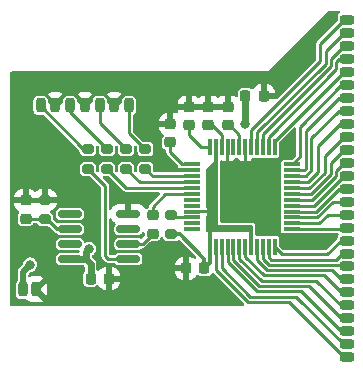
<source format=gtl>
%TF.GenerationSoftware,KiCad,Pcbnew,7.0.5*%
%TF.CreationDate,2023-07-18T06:36:39-05:00*%
%TF.ProjectId,pu-23_VDAC_reloc,70752d32-335f-4564-9441-435f72656c6f,rev?*%
%TF.SameCoordinates,Original*%
%TF.FileFunction,Copper,L1,Top*%
%TF.FilePolarity,Positive*%
%FSLAX46Y46*%
G04 Gerber Fmt 4.6, Leading zero omitted, Abs format (unit mm)*
G04 Created by KiCad (PCBNEW 7.0.5) date 2023-07-18 06:36:39*
%MOMM*%
%LPD*%
G01*
G04 APERTURE LIST*
G04 Aperture macros list*
%AMRoundRect*
0 Rectangle with rounded corners*
0 $1 Rounding radius*
0 $2 $3 $4 $5 $6 $7 $8 $9 X,Y pos of 4 corners*
0 Add a 4 corners polygon primitive as box body*
4,1,4,$2,$3,$4,$5,$6,$7,$8,$9,$2,$3,0*
0 Add four circle primitives for the rounded corners*
1,1,$1+$1,$2,$3*
1,1,$1+$1,$4,$5*
1,1,$1+$1,$6,$7*
1,1,$1+$1,$8,$9*
0 Add four rect primitives between the rounded corners*
20,1,$1+$1,$2,$3,$4,$5,0*
20,1,$1+$1,$4,$5,$6,$7,0*
20,1,$1+$1,$6,$7,$8,$9,0*
20,1,$1+$1,$8,$9,$2,$3,0*%
G04 Aperture macros list end*
%TA.AperFunction,SMDPad,CuDef*%
%ADD10RoundRect,0.225000X0.225000X0.250000X-0.225000X0.250000X-0.225000X-0.250000X0.225000X-0.250000X0*%
%TD*%
%TA.AperFunction,SMDPad,CuDef*%
%ADD11RoundRect,0.200000X-0.200000X-0.400000X0.200000X-0.400000X0.200000X0.400000X-0.200000X0.400000X0*%
%TD*%
%TA.AperFunction,SMDPad,CuDef*%
%ADD12RoundRect,0.200000X0.275000X-0.200000X0.275000X0.200000X-0.275000X0.200000X-0.275000X-0.200000X0*%
%TD*%
%TA.AperFunction,SMDPad,CuDef*%
%ADD13RoundRect,0.225000X-0.250000X0.225000X-0.250000X-0.225000X0.250000X-0.225000X0.250000X0.225000X0*%
%TD*%
%TA.AperFunction,SMDPad,CuDef*%
%ADD14RoundRect,0.200000X-0.275000X0.200000X-0.275000X-0.200000X0.275000X-0.200000X0.275000X0.200000X0*%
%TD*%
%TA.AperFunction,SMDPad,CuDef*%
%ADD15RoundRect,0.200000X-0.400000X-0.200000X0.400000X-0.200000X0.400000X0.200000X-0.400000X0.200000X0*%
%TD*%
%TA.AperFunction,SMDPad,CuDef*%
%ADD16R,1.475000X0.300000*%
%TD*%
%TA.AperFunction,SMDPad,CuDef*%
%ADD17R,0.300000X1.475000*%
%TD*%
%TA.AperFunction,SMDPad,CuDef*%
%ADD18RoundRect,0.225000X0.250000X-0.225000X0.250000X0.225000X-0.250000X0.225000X-0.250000X-0.225000X0*%
%TD*%
%TA.AperFunction,SMDPad,CuDef*%
%ADD19RoundRect,0.150000X0.825000X0.150000X-0.825000X0.150000X-0.825000X-0.150000X0.825000X-0.150000X0*%
%TD*%
%TA.AperFunction,SMDPad,CuDef*%
%ADD20RoundRect,0.225000X-0.225000X-0.250000X0.225000X-0.250000X0.225000X0.250000X-0.225000X0.250000X0*%
%TD*%
%TA.AperFunction,ViaPad*%
%ADD21C,0.500000*%
%TD*%
%TA.AperFunction,ViaPad*%
%ADD22C,0.800000*%
%TD*%
%TA.AperFunction,Conductor*%
%ADD23C,0.250000*%
%TD*%
%TA.AperFunction,Conductor*%
%ADD24C,0.450000*%
%TD*%
%TA.AperFunction,Conductor*%
%ADD25C,0.600000*%
%TD*%
%TA.AperFunction,Conductor*%
%ADD26C,0.300000*%
%TD*%
%TA.AperFunction,Conductor*%
%ADD27C,0.500000*%
%TD*%
G04 APERTURE END LIST*
D10*
X127935000Y-65790000D03*
X126385000Y-65790000D03*
D11*
X116540000Y-66600000D03*
X115290000Y-66600000D03*
X114040000Y-66600000D03*
X112790000Y-66600000D03*
X111540000Y-66600000D03*
X110290000Y-66600000D03*
X109040000Y-66600000D03*
X107550000Y-82180000D03*
X108650000Y-82180000D03*
D12*
X120070000Y-77515000D03*
X120070000Y-75865000D03*
D10*
X114820000Y-81265000D03*
X113270000Y-81265000D03*
D13*
X123245000Y-66715000D03*
X123245000Y-68265000D03*
D14*
X117920000Y-70315000D03*
X117920000Y-71965000D03*
D15*
X134990000Y-59340000D03*
X134990000Y-60440000D03*
X134990000Y-61540000D03*
X134990000Y-62640000D03*
X134990000Y-63740000D03*
X134990000Y-64840000D03*
X134990000Y-65940000D03*
X134990000Y-67040000D03*
X134990000Y-68140000D03*
X134990000Y-69240000D03*
X134990000Y-70340000D03*
X134990000Y-71440000D03*
X134990000Y-72540000D03*
X134990000Y-73640000D03*
X134990000Y-74740000D03*
X134990000Y-75840000D03*
X134990000Y-76940000D03*
X134990000Y-78040000D03*
X134990000Y-79140000D03*
X134990000Y-80240000D03*
X134990000Y-81340000D03*
X134990000Y-82440000D03*
X134990000Y-83540000D03*
X134990000Y-84640000D03*
X134990000Y-85740000D03*
X134990000Y-86840000D03*
X134990000Y-87940000D03*
D16*
X121882000Y-71590000D03*
X121882000Y-72090000D03*
X121882000Y-72590000D03*
X121882000Y-73090000D03*
X121882000Y-73590000D03*
X121882000Y-74090000D03*
X121882000Y-74590000D03*
X121882000Y-75090000D03*
X121882000Y-75590000D03*
X121882000Y-76090000D03*
X121882000Y-76590000D03*
X121882000Y-77090000D03*
D17*
X123370000Y-78578000D03*
X123870000Y-78578000D03*
X124370000Y-78578000D03*
X124870000Y-78578000D03*
X125370000Y-78578000D03*
X125870000Y-78578000D03*
X126370000Y-78578000D03*
X126870000Y-78578000D03*
X127370000Y-78578000D03*
X127870000Y-78578000D03*
X128370000Y-78578000D03*
X128870000Y-78578000D03*
D16*
X130358000Y-77090000D03*
X130358000Y-76590000D03*
X130358000Y-76090000D03*
X130358000Y-75590000D03*
X130358000Y-75090000D03*
X130358000Y-74590000D03*
X130358000Y-74090000D03*
X130358000Y-73590000D03*
X130358000Y-73090000D03*
X130358000Y-72590000D03*
X130358000Y-72090000D03*
X130358000Y-71590000D03*
D17*
X128870000Y-70102000D03*
X128370000Y-70102000D03*
X127870000Y-70102000D03*
X127370000Y-70102000D03*
X126870000Y-70102000D03*
X126370000Y-70102000D03*
X125870000Y-70102000D03*
X125370000Y-70102000D03*
X124870000Y-70102000D03*
X124370000Y-70102000D03*
X123870000Y-70102000D03*
X123370000Y-70102000D03*
D14*
X114670000Y-70315000D03*
X114670000Y-71965000D03*
D18*
X118520000Y-77465000D03*
X118520000Y-75915000D03*
X107770000Y-76185000D03*
X107770000Y-74635000D03*
D19*
X116470000Y-79595000D03*
X116470000Y-78325000D03*
X116470000Y-77055000D03*
X116470000Y-75785000D03*
X111520000Y-75785000D03*
X111520000Y-77055000D03*
X111520000Y-78325000D03*
X111520000Y-79595000D03*
D14*
X116295000Y-70315000D03*
X116295000Y-71965000D03*
D13*
X121620000Y-66715000D03*
X121620000Y-68265000D03*
D20*
X121365000Y-80390000D03*
X122915000Y-80390000D03*
D14*
X113045000Y-70315000D03*
X113045000Y-71965000D03*
D12*
X109420000Y-76240000D03*
X109420000Y-74590000D03*
D13*
X120020000Y-68190000D03*
X120020000Y-69740000D03*
X124870000Y-66715000D03*
X124870000Y-68265000D03*
D21*
X119530000Y-82740000D03*
X129940000Y-70150000D03*
X118840000Y-66640000D03*
X131700000Y-61200000D03*
X119530000Y-80380000D03*
X128560000Y-75910000D03*
X106920000Y-67330000D03*
X119400000Y-71360000D03*
X106920000Y-64180000D03*
X113220000Y-73630000D03*
X125820000Y-73170000D03*
X119520000Y-64180000D03*
X113220000Y-64180000D03*
X116380000Y-82740000D03*
X115600000Y-74290000D03*
X110070000Y-70480000D03*
X110070000Y-73630000D03*
X110080000Y-82740000D03*
X107080000Y-79200000D03*
X131560000Y-78140000D03*
X128970000Y-64180000D03*
X106920000Y-70480000D03*
X110070000Y-64180000D03*
X113220000Y-76780000D03*
X117900000Y-74500000D03*
X128570000Y-73150000D03*
X116370000Y-64180000D03*
X113230000Y-82740000D03*
X125820000Y-64180000D03*
X106920000Y-73630000D03*
D22*
X113145000Y-78740000D03*
X108160000Y-80080000D03*
X126360000Y-68160000D03*
X123595000Y-72415000D03*
D23*
X109420000Y-76240000D02*
X107825000Y-76240000D01*
X110435000Y-77055000D02*
X109620000Y-76240000D01*
X111520000Y-77055000D02*
X110435000Y-77055000D01*
X107825000Y-76240000D02*
X107770000Y-76185000D01*
X109620000Y-76240000D02*
X109420000Y-76240000D01*
D24*
X109420000Y-74590000D02*
X107815000Y-74590000D01*
D23*
X118520000Y-77465000D02*
X117670000Y-78315000D01*
X116480000Y-78315000D02*
X116470000Y-78325000D01*
X117670000Y-78315000D02*
X116480000Y-78315000D01*
X118520000Y-75180000D02*
X119610000Y-74090000D01*
X119610000Y-74090000D02*
X121882000Y-74090000D01*
X118520000Y-75915000D02*
X118520000Y-75180000D01*
X124370000Y-69064500D02*
X123570500Y-68265000D01*
X123570500Y-68265000D02*
X123245000Y-68265000D01*
X124370000Y-70102000D02*
X124370000Y-69064500D01*
X123370000Y-70102000D02*
X122657000Y-70102000D01*
X122657000Y-70102000D02*
X121620000Y-69065000D01*
X121620000Y-69065000D02*
X121620000Y-68265000D01*
X120020000Y-70565000D02*
X120020000Y-69740000D01*
X121045000Y-71590000D02*
X120020000Y-70565000D01*
X121882000Y-71590000D02*
X121045000Y-71590000D01*
X125870000Y-69064500D02*
X125070500Y-68265000D01*
X125870000Y-70102000D02*
X125870000Y-69064500D01*
X125070500Y-68265000D02*
X124870000Y-68265000D01*
D25*
X126360000Y-65815000D02*
X126385000Y-65790000D01*
X126360000Y-68160000D02*
X126360000Y-65815000D01*
X113145000Y-78740000D02*
X112845000Y-79040000D01*
D26*
X120070000Y-77515000D02*
X120825000Y-77515000D01*
X122915000Y-79605000D02*
X122915000Y-80390000D01*
D25*
X113270000Y-80020000D02*
X113270000Y-81265000D01*
X111520000Y-79595000D02*
X112845000Y-79595000D01*
D27*
X107550000Y-82180000D02*
X107550000Y-80690000D01*
D25*
X112845000Y-79040000D02*
X112845000Y-79595000D01*
D27*
X107550000Y-80690000D02*
X108160000Y-80080000D01*
D25*
X112845000Y-79595000D02*
X113270000Y-80020000D01*
D26*
X123370000Y-79935000D02*
X122915000Y-80390000D01*
X123370000Y-78578000D02*
X123370000Y-79935000D01*
X120825000Y-77515000D02*
X122915000Y-79605000D01*
D23*
X121882000Y-72590000D02*
X118545000Y-72590000D01*
X118545000Y-72590000D02*
X117920000Y-71965000D01*
X117420000Y-73090000D02*
X116295000Y-71965000D01*
X121882000Y-73090000D02*
X117420000Y-73090000D01*
X121882000Y-73590000D02*
X116295000Y-73590000D01*
X116295000Y-73590000D02*
X114670000Y-71965000D01*
X121882000Y-76090000D02*
X120295000Y-76090000D01*
X120295000Y-76090000D02*
X120070000Y-75865000D01*
X134740000Y-87940000D02*
X134990000Y-87940000D01*
X126590000Y-83250000D02*
X130050000Y-83250000D01*
X123870000Y-78578000D02*
X123870000Y-80530000D01*
X130050000Y-83250000D02*
X134740000Y-87940000D01*
X123870000Y-80530000D02*
X126590000Y-83250000D01*
X134690000Y-86840000D02*
X134990000Y-86840000D01*
X124370000Y-78578000D02*
X124370000Y-80393604D01*
X126776396Y-82800000D02*
X130650000Y-82800000D01*
X124370000Y-80393604D02*
X126776396Y-82800000D01*
X130650000Y-82800000D02*
X134690000Y-86840000D01*
X134470000Y-85740000D02*
X134990000Y-85740000D01*
X124870000Y-78578000D02*
X124870000Y-79839188D01*
X127380812Y-82350000D02*
X131080000Y-82350000D01*
X124870000Y-79839188D02*
X127380812Y-82350000D01*
X131080000Y-82350000D02*
X134470000Y-85740000D01*
X125370000Y-79702792D02*
X127567208Y-81900000D01*
X125370000Y-78578000D02*
X125370000Y-79702792D01*
X131730000Y-81900000D02*
X134470000Y-84640000D01*
X134470000Y-84640000D02*
X134990000Y-84640000D01*
X127567208Y-81900000D02*
X131730000Y-81900000D01*
X134480000Y-83540000D02*
X134990000Y-83540000D01*
X132390000Y-81450000D02*
X134480000Y-83540000D01*
X125870000Y-78578000D02*
X125870000Y-79566396D01*
X125870000Y-79566396D02*
X127753604Y-81450000D01*
X127753604Y-81450000D02*
X132390000Y-81450000D01*
X126370000Y-79430000D02*
X127940000Y-81000000D01*
X134480000Y-82440000D02*
X134990000Y-82440000D01*
X127940000Y-81000000D02*
X133040000Y-81000000D01*
X126370000Y-78578000D02*
X126370000Y-79430000D01*
X133040000Y-81000000D02*
X134480000Y-82440000D01*
X127370000Y-79702792D02*
X128217208Y-80550000D01*
X134490000Y-81340000D02*
X134990000Y-81340000D01*
X127370000Y-78578000D02*
X127370000Y-79702792D01*
X128217208Y-80550000D02*
X133700000Y-80550000D01*
X133700000Y-80550000D02*
X134490000Y-81340000D01*
X134850000Y-80100000D02*
X134990000Y-80240000D01*
X128403604Y-80100000D02*
X134850000Y-80100000D01*
X127870000Y-79566396D02*
X128403604Y-80100000D01*
X127870000Y-78578000D02*
X127870000Y-79566396D01*
X128370000Y-79430000D02*
X128590000Y-79650000D01*
X134560000Y-79140000D02*
X134990000Y-79140000D01*
X128370000Y-78578000D02*
X128370000Y-79430000D01*
X128590000Y-79650000D02*
X134050000Y-79650000D01*
X134050000Y-79650000D02*
X134560000Y-79140000D01*
X129492000Y-79200000D02*
X133290000Y-79200000D01*
X128870000Y-78578000D02*
X129492000Y-79200000D01*
X134450000Y-78040000D02*
X134990000Y-78040000D01*
X133290000Y-79200000D02*
X134450000Y-78040000D01*
X130358000Y-77090000D02*
X134840000Y-77090000D01*
X134840000Y-77090000D02*
X134990000Y-76940000D01*
X132606726Y-76590000D02*
X133356726Y-75840000D01*
X133356726Y-75840000D02*
X134990000Y-75840000D01*
X130358000Y-76590000D02*
X132606726Y-76590000D01*
X133820330Y-74740000D02*
X134990000Y-74740000D01*
X130358000Y-76090000D02*
X132470330Y-76090000D01*
X132470330Y-76090000D02*
X133820330Y-74740000D01*
X132333934Y-75590000D02*
X134283934Y-73640000D01*
X134283934Y-73640000D02*
X134990000Y-73640000D01*
X130358000Y-75590000D02*
X132333934Y-75590000D01*
X134747538Y-72540000D02*
X134990000Y-72540000D01*
X132197538Y-75090000D02*
X134747538Y-72540000D01*
X130358000Y-75090000D02*
X132197538Y-75090000D01*
X134065000Y-72122538D02*
X134747538Y-71440000D01*
X134747538Y-71440000D02*
X134990000Y-71440000D01*
X132061142Y-74590000D02*
X134065000Y-72586142D01*
X130358000Y-74590000D02*
X132061142Y-74590000D01*
X134065000Y-72586142D02*
X134065000Y-72122538D01*
X133615000Y-71472538D02*
X134747538Y-70340000D01*
X134747538Y-70340000D02*
X134990000Y-70340000D01*
X130358000Y-74090000D02*
X131924746Y-74090000D01*
X133615000Y-72399746D02*
X133615000Y-71472538D01*
X131924746Y-74090000D02*
X133615000Y-72399746D01*
X133080000Y-72298350D02*
X133080000Y-70907538D01*
X131788350Y-73590000D02*
X133080000Y-72298350D01*
X130358000Y-73590000D02*
X131788350Y-73590000D01*
X133080000Y-70907538D02*
X134747538Y-69240000D01*
X134747538Y-69240000D02*
X134990000Y-69240000D01*
X132510000Y-70030000D02*
X134400000Y-68140000D01*
X134400000Y-68140000D02*
X134990000Y-68140000D01*
X131651954Y-73090000D02*
X132510000Y-72231954D01*
X130358000Y-73090000D02*
X131651954Y-73090000D01*
X132510000Y-72231954D02*
X132510000Y-70030000D01*
X131960000Y-72111896D02*
X131960000Y-69400000D01*
X134320000Y-67040000D02*
X134990000Y-67040000D01*
X131481896Y-72590000D02*
X131960000Y-72111896D01*
X130358000Y-72590000D02*
X131481896Y-72590000D01*
X131960000Y-69400000D02*
X134320000Y-67040000D01*
X131490000Y-68740000D02*
X134290000Y-65940000D01*
X131490000Y-71945500D02*
X131490000Y-68740000D01*
X130358000Y-72090000D02*
X131345500Y-72090000D01*
X134290000Y-65940000D02*
X134990000Y-65940000D01*
X131345500Y-72090000D02*
X131490000Y-71945500D01*
X130358000Y-71590000D02*
X130990000Y-70958000D01*
X130990000Y-70958000D02*
X130990000Y-68390000D01*
X130990000Y-68390000D02*
X134507462Y-64872538D01*
X134507462Y-64872538D02*
X134957462Y-64872538D01*
X134957462Y-64872538D02*
X134990000Y-64840000D01*
X128870000Y-69617538D02*
X134747538Y-63740000D01*
X134747538Y-63740000D02*
X134990000Y-63740000D01*
X128870000Y-70102000D02*
X128870000Y-69617538D01*
X134310000Y-62640000D02*
X134990000Y-62640000D01*
X134065000Y-62885000D02*
X134310000Y-62640000D01*
X128370000Y-69244594D02*
X134065000Y-63549594D01*
X134065000Y-63549594D02*
X134065000Y-62885000D01*
X128370000Y-70102000D02*
X128370000Y-69244594D01*
X133615000Y-63305000D02*
X133615000Y-62672538D01*
X134747538Y-61540000D02*
X134990000Y-61540000D01*
X127870000Y-69050000D02*
X133615000Y-63305000D01*
X127870000Y-70102000D02*
X127870000Y-69050000D01*
X133615000Y-62672538D02*
X134747538Y-61540000D01*
X127370000Y-68880000D02*
X133165000Y-63085000D01*
X134747538Y-60440000D02*
X134990000Y-60440000D01*
X133165000Y-62022538D02*
X134747538Y-60440000D01*
X133165000Y-63085000D02*
X133165000Y-62022538D01*
X127370000Y-70102000D02*
X127370000Y-68880000D01*
X134747538Y-59340000D02*
X134990000Y-59340000D01*
X126870000Y-70102000D02*
X126870000Y-68680000D01*
X132715000Y-61372538D02*
X134747538Y-59340000D01*
X132715000Y-62835000D02*
X132715000Y-61372538D01*
X126870000Y-68680000D02*
X132715000Y-62835000D01*
X117920000Y-70315000D02*
X116540000Y-68935000D01*
X116540000Y-68935000D02*
X116540000Y-66600000D01*
X116295000Y-70315000D02*
X114040000Y-68060000D01*
X114040000Y-68060000D02*
X114040000Y-66600000D01*
X111540000Y-67185000D02*
X111540000Y-66600000D01*
X114670000Y-70315000D02*
X111540000Y-67185000D01*
X109040000Y-66692462D02*
X109040000Y-66600000D01*
X112662538Y-70315000D02*
X109040000Y-66692462D01*
X113045000Y-70315000D02*
X112662538Y-70315000D01*
X114775000Y-79595000D02*
X116470000Y-79595000D01*
X114495000Y-79315000D02*
X114775000Y-79595000D01*
X113045000Y-71965000D02*
X114495000Y-73415000D01*
X114495000Y-73415000D02*
X114495000Y-79315000D01*
%TA.AperFunction,Conductor*%
G36*
X124019500Y-70859247D02*
G01*
X124019701Y-70861286D01*
X124020000Y-70867369D01*
X124020000Y-71367966D01*
X124022756Y-71393218D01*
X124039999Y-76729999D01*
X124040000Y-76730000D01*
X126896000Y-76730000D01*
X126963039Y-76749685D01*
X127008794Y-76802489D01*
X127020000Y-76854000D01*
X127020000Y-77300500D01*
X127019999Y-77812631D01*
X127019702Y-77818696D01*
X127019500Y-77820751D01*
X127019500Y-78065000D01*
X126720500Y-78065000D01*
X126720500Y-77820752D01*
X126720498Y-77820745D01*
X126720299Y-77818708D01*
X126720000Y-77812628D01*
X126720000Y-77340000D01*
X126719999Y-77339999D01*
X123520000Y-77314999D01*
X123520000Y-77812628D01*
X123519701Y-77818708D01*
X123519500Y-77820749D01*
X123519500Y-78070000D01*
X123220000Y-78070000D01*
X123220000Y-77340000D01*
X123194000Y-77340000D01*
X123126961Y-77320315D01*
X123081206Y-77267511D01*
X123070000Y-77216000D01*
X123070000Y-75985299D01*
X123077818Y-75941966D01*
X123113096Y-75847379D01*
X123113098Y-75847372D01*
X123119499Y-75787844D01*
X123119500Y-75787827D01*
X123119500Y-75740000D01*
X123070000Y-75740000D01*
X122647372Y-75740000D01*
X122641292Y-75739701D01*
X122639250Y-75739500D01*
X122639248Y-75739500D01*
X122450000Y-75739500D01*
X122450000Y-75440500D01*
X122639250Y-75440500D01*
X122641292Y-75440299D01*
X122647372Y-75440000D01*
X123119500Y-75440000D01*
X123119500Y-75392172D01*
X123119499Y-75392155D01*
X123113098Y-75332627D01*
X123113096Y-75332620D01*
X123077818Y-75238033D01*
X123070000Y-75194700D01*
X123070000Y-71972511D01*
X123089685Y-71905472D01*
X123113903Y-71877851D01*
X123720000Y-71365000D01*
X123720000Y-70867369D01*
X123720299Y-70861286D01*
X123720500Y-70859247D01*
X123720500Y-70540000D01*
X124019500Y-70540000D01*
X124019500Y-70859247D01*
G37*
%TD.AperFunction*%
%TA.AperFunction,Conductor*%
G36*
X134376073Y-58590185D02*
G01*
X134421828Y-58642989D01*
X134431772Y-58712147D01*
X134402747Y-58775703D01*
X134365331Y-58804982D01*
X134351992Y-58811779D01*
X134351656Y-58811951D01*
X134351652Y-58811954D01*
X134261954Y-58901652D01*
X134261951Y-58901657D01*
X134204352Y-59014698D01*
X134189500Y-59108475D01*
X134189500Y-59386348D01*
X134169815Y-59453387D01*
X134153181Y-59474029D01*
X132496803Y-61130408D01*
X132492814Y-61134063D01*
X132461805Y-61160083D01*
X132441562Y-61195144D01*
X132438656Y-61199704D01*
X132415446Y-61232851D01*
X132413206Y-61237655D01*
X132406229Y-61254499D01*
X132404410Y-61259497D01*
X132397383Y-61299349D01*
X132396212Y-61304629D01*
X132385735Y-61343729D01*
X132385735Y-61343732D01*
X132389263Y-61384053D01*
X132389499Y-61389458D01*
X132389499Y-62648810D01*
X132369814Y-62715849D01*
X132353180Y-62736491D01*
X129055016Y-66034654D01*
X128993693Y-66068139D01*
X128924001Y-66063155D01*
X128887972Y-66040000D01*
X127809000Y-66040000D01*
X127741961Y-66020315D01*
X127696206Y-65967511D01*
X127685000Y-65916000D01*
X127685000Y-64815000D01*
X128184999Y-64815000D01*
X128184999Y-65539999D01*
X128185001Y-65540000D01*
X128884999Y-65540000D01*
X128884999Y-65491692D01*
X128884998Y-65491677D01*
X128874855Y-65392392D01*
X128821547Y-65231518D01*
X128821542Y-65231507D01*
X128732575Y-65087271D01*
X128732572Y-65087267D01*
X128612732Y-64967427D01*
X128612728Y-64967424D01*
X128468492Y-64878457D01*
X128468481Y-64878452D01*
X128307606Y-64825144D01*
X128208322Y-64815000D01*
X128184999Y-64815000D01*
X127685000Y-64815000D01*
X127685000Y-64814999D01*
X127661693Y-64815000D01*
X127661674Y-64815001D01*
X127562392Y-64825144D01*
X127401518Y-64878452D01*
X127401507Y-64878457D01*
X127257271Y-64967424D01*
X127257267Y-64967427D01*
X127137426Y-65087268D01*
X127075392Y-65187841D01*
X127023444Y-65234565D01*
X126954481Y-65245786D01*
X126890399Y-65217943D01*
X126882173Y-65210424D01*
X126863225Y-65191476D01*
X126863221Y-65191473D01*
X126863220Y-65191472D01*
X126743126Y-65130281D01*
X126743124Y-65130280D01*
X126743121Y-65130279D01*
X126643493Y-65114500D01*
X126643488Y-65114500D01*
X126126512Y-65114500D01*
X126126507Y-65114500D01*
X126026878Y-65130279D01*
X125906778Y-65191473D01*
X125906774Y-65191476D01*
X125811476Y-65286774D01*
X125811473Y-65286778D01*
X125750279Y-65406878D01*
X125734500Y-65506506D01*
X125734500Y-65795031D01*
X125714815Y-65862070D01*
X125662011Y-65907825D01*
X125592853Y-65917769D01*
X125545403Y-65900570D01*
X125428486Y-65828454D01*
X125428481Y-65828452D01*
X125267606Y-65775144D01*
X125168322Y-65765000D01*
X125120000Y-65765000D01*
X125120000Y-66841000D01*
X125100315Y-66908039D01*
X125047511Y-66953794D01*
X124996000Y-66965000D01*
X120645001Y-66965000D01*
X120645001Y-66988322D01*
X120655143Y-67087605D01*
X120667283Y-67124238D01*
X120669685Y-67194067D01*
X120633954Y-67254109D01*
X120571433Y-67285302D01*
X120510574Y-67280949D01*
X120417608Y-67250144D01*
X120318322Y-67240000D01*
X120270000Y-67240000D01*
X120270000Y-68316000D01*
X120250315Y-68383039D01*
X120197511Y-68428794D01*
X120146000Y-68440000D01*
X119045001Y-68440000D01*
X119045001Y-68463322D01*
X119055144Y-68562607D01*
X119108452Y-68723481D01*
X119108457Y-68723492D01*
X119197424Y-68867728D01*
X119197427Y-68867732D01*
X119317266Y-68987571D01*
X119417840Y-69049606D01*
X119464564Y-69101554D01*
X119475787Y-69170517D01*
X119447943Y-69234599D01*
X119440426Y-69242825D01*
X119421473Y-69261778D01*
X119360279Y-69381878D01*
X119344500Y-69481506D01*
X119344500Y-69998493D01*
X119360279Y-70098121D01*
X119360280Y-70098124D01*
X119360281Y-70098126D01*
X119421472Y-70218220D01*
X119421473Y-70218221D01*
X119421476Y-70218225D01*
X119516774Y-70313523D01*
X119516776Y-70313524D01*
X119516780Y-70313528D01*
X119626796Y-70369584D01*
X119677591Y-70417558D01*
X119694500Y-70480068D01*
X119694500Y-70548078D01*
X119694264Y-70553485D01*
X119690735Y-70593808D01*
X119701212Y-70632910D01*
X119702383Y-70638190D01*
X119709411Y-70678043D01*
X119711235Y-70683055D01*
X119718197Y-70699861D01*
X119720445Y-70704681D01*
X119720446Y-70704684D01*
X119734452Y-70724687D01*
X119743655Y-70737831D01*
X119746561Y-70742392D01*
X119766806Y-70777455D01*
X119797815Y-70803475D01*
X119801805Y-70807131D01*
X120642471Y-71647797D01*
X120675956Y-71709120D01*
X120670972Y-71778810D01*
X120650904Y-71832616D01*
X120650901Y-71832627D01*
X120644500Y-71892155D01*
X120644500Y-71940000D01*
X121116628Y-71940000D01*
X121122708Y-71940299D01*
X121124750Y-71940500D01*
X121908000Y-71940500D01*
X121975039Y-71960185D01*
X122020794Y-72012989D01*
X122032000Y-72064500D01*
X122032000Y-72115500D01*
X122012315Y-72182539D01*
X121959511Y-72228294D01*
X121908000Y-72239500D01*
X121124750Y-72239500D01*
X121122708Y-72239701D01*
X121116628Y-72240000D01*
X120634674Y-72240000D01*
X120594996Y-72261666D01*
X120568638Y-72264500D01*
X118731190Y-72264500D01*
X118664151Y-72244815D01*
X118643509Y-72228181D01*
X118631818Y-72216490D01*
X118598333Y-72155167D01*
X118595499Y-72128809D01*
X118595499Y-71940000D01*
X118595499Y-71733482D01*
X118580646Y-71639696D01*
X118523050Y-71526658D01*
X118523046Y-71526654D01*
X118523045Y-71526652D01*
X118433347Y-71436954D01*
X118433344Y-71436952D01*
X118433342Y-71436950D01*
X118356517Y-71397805D01*
X118320301Y-71379352D01*
X118226524Y-71364500D01*
X117613482Y-71364500D01*
X117532519Y-71377323D01*
X117519696Y-71379354D01*
X117406658Y-71436950D01*
X117406657Y-71436951D01*
X117406652Y-71436954D01*
X117316954Y-71526652D01*
X117316951Y-71526657D01*
X117259352Y-71639698D01*
X117244500Y-71733475D01*
X117244500Y-72154812D01*
X117224815Y-72221851D01*
X117172011Y-72267606D01*
X117102853Y-72277550D01*
X117039297Y-72248525D01*
X117032833Y-72242506D01*
X117006815Y-72216489D01*
X116973332Y-72155166D01*
X116970499Y-72128810D01*
X116970499Y-71733482D01*
X116968518Y-71720975D01*
X116955646Y-71639696D01*
X116898050Y-71526658D01*
X116898046Y-71526654D01*
X116898045Y-71526652D01*
X116808347Y-71436954D01*
X116808344Y-71436952D01*
X116808342Y-71436950D01*
X116731517Y-71397805D01*
X116695301Y-71379352D01*
X116601524Y-71364500D01*
X115988482Y-71364500D01*
X115907519Y-71377323D01*
X115894696Y-71379354D01*
X115781658Y-71436950D01*
X115781656Y-71436951D01*
X115781657Y-71436951D01*
X115781652Y-71436954D01*
X115691954Y-71526652D01*
X115691951Y-71526657D01*
X115634352Y-71639698D01*
X115619499Y-71733475D01*
X115619500Y-72154812D01*
X115599815Y-72221851D01*
X115547011Y-72267606D01*
X115477853Y-72277550D01*
X115414297Y-72248525D01*
X115407819Y-72242493D01*
X115381818Y-72216492D01*
X115348333Y-72155169D01*
X115345499Y-72128811D01*
X115345499Y-71733482D01*
X115343518Y-71720975D01*
X115330646Y-71639696D01*
X115273050Y-71526658D01*
X115273046Y-71526654D01*
X115273045Y-71526652D01*
X115183347Y-71436954D01*
X115183344Y-71436952D01*
X115183342Y-71436950D01*
X115106517Y-71397805D01*
X115070301Y-71379352D01*
X114976524Y-71364500D01*
X114363482Y-71364500D01*
X114282519Y-71377323D01*
X114269696Y-71379354D01*
X114156658Y-71436950D01*
X114156657Y-71436950D01*
X114156657Y-71436951D01*
X114156652Y-71436954D01*
X114066954Y-71526652D01*
X114066951Y-71526657D01*
X114009352Y-71639698D01*
X113994500Y-71733475D01*
X113994500Y-72154812D01*
X113974815Y-72221851D01*
X113922011Y-72267606D01*
X113852853Y-72277550D01*
X113789297Y-72248525D01*
X113782819Y-72242493D01*
X113756818Y-72216492D01*
X113723333Y-72155169D01*
X113720499Y-72128811D01*
X113720499Y-71733482D01*
X113718518Y-71720975D01*
X113705646Y-71639696D01*
X113648050Y-71526658D01*
X113648046Y-71526654D01*
X113648045Y-71526652D01*
X113558347Y-71436954D01*
X113558344Y-71436952D01*
X113558342Y-71436950D01*
X113481517Y-71397805D01*
X113445301Y-71379352D01*
X113351524Y-71364500D01*
X112738482Y-71364500D01*
X112657519Y-71377323D01*
X112644696Y-71379354D01*
X112531658Y-71436950D01*
X112531657Y-71436951D01*
X112531652Y-71436954D01*
X112441954Y-71526652D01*
X112441951Y-71526657D01*
X112384352Y-71639698D01*
X112369500Y-71733475D01*
X112369500Y-72196517D01*
X112374533Y-72228294D01*
X112384354Y-72290304D01*
X112441950Y-72403342D01*
X112441952Y-72403344D01*
X112441954Y-72403347D01*
X112531652Y-72493045D01*
X112531654Y-72493046D01*
X112531658Y-72493050D01*
X112644696Y-72550646D01*
X112644698Y-72550647D01*
X112738475Y-72565499D01*
X112738481Y-72565500D01*
X113133811Y-72565499D01*
X113200850Y-72585183D01*
X113221492Y-72601818D01*
X114133181Y-73513507D01*
X114166666Y-73574830D01*
X114169500Y-73601188D01*
X114169500Y-79298078D01*
X114169264Y-79303485D01*
X114165735Y-79343808D01*
X114176212Y-79382910D01*
X114177383Y-79388190D01*
X114184411Y-79428043D01*
X114186235Y-79433055D01*
X114193197Y-79449861D01*
X114195445Y-79454681D01*
X114195446Y-79454684D01*
X114200106Y-79461339D01*
X114218655Y-79487831D01*
X114221561Y-79492392D01*
X114241806Y-79527455D01*
X114272815Y-79553475D01*
X114276805Y-79557131D01*
X114532863Y-79813189D01*
X114536518Y-79817178D01*
X114562541Y-79848190D01*
X114562543Y-79848191D01*
X114562545Y-79848194D01*
X114562547Y-79848195D01*
X114562548Y-79848196D01*
X114597599Y-79868433D01*
X114602163Y-79871340D01*
X114624213Y-79886780D01*
X114635316Y-79894554D01*
X114635319Y-79894554D01*
X114640176Y-79896820D01*
X114656933Y-79903760D01*
X114661953Y-79905587D01*
X114661955Y-79905588D01*
X114697806Y-79911909D01*
X114701808Y-79912615D01*
X114707080Y-79913783D01*
X114746193Y-79924264D01*
X114786522Y-79920735D01*
X114791924Y-79920500D01*
X115273456Y-79920500D01*
X115340495Y-79940185D01*
X115361137Y-79956819D01*
X115438514Y-80034196D01*
X115438515Y-80034196D01*
X115438517Y-80034198D01*
X115543607Y-80085573D01*
X115554383Y-80087143D01*
X115611739Y-80095500D01*
X115611740Y-80095500D01*
X117328261Y-80095500D01*
X117354499Y-80091677D01*
X117396393Y-80085573D01*
X117501483Y-80034198D01*
X117584198Y-79951483D01*
X117635573Y-79846393D01*
X117645500Y-79778260D01*
X117645500Y-79411740D01*
X117635573Y-79343607D01*
X117584198Y-79238517D01*
X117584196Y-79238515D01*
X117584196Y-79238514D01*
X117501485Y-79155803D01*
X117396391Y-79104426D01*
X117328261Y-79094500D01*
X117328260Y-79094500D01*
X115611740Y-79094500D01*
X115611739Y-79094500D01*
X115543608Y-79104426D01*
X115438514Y-79155803D01*
X115361137Y-79233181D01*
X115299814Y-79266666D01*
X115273456Y-79269500D01*
X114961188Y-79269500D01*
X114894149Y-79249815D01*
X114873507Y-79233181D01*
X114856819Y-79216493D01*
X114823334Y-79155170D01*
X114820500Y-79128812D01*
X114820500Y-76271024D01*
X114840185Y-76203985D01*
X114892989Y-76158230D01*
X114962147Y-76148286D01*
X115025703Y-76177311D01*
X115051232Y-76207903D01*
X115127314Y-76336552D01*
X115127321Y-76336561D01*
X115243438Y-76452678D01*
X115243446Y-76452684D01*
X115330925Y-76504419D01*
X115378608Y-76555488D01*
X115391112Y-76624230D01*
X115364467Y-76688819D01*
X115355927Y-76698340D01*
X115355804Y-76698513D01*
X115304426Y-76803608D01*
X115294500Y-76871739D01*
X115294500Y-77238260D01*
X115304426Y-77306391D01*
X115304427Y-77306393D01*
X115337030Y-77373085D01*
X115355803Y-77411485D01*
X115438514Y-77494196D01*
X115438515Y-77494196D01*
X115438517Y-77494198D01*
X115543607Y-77545573D01*
X115568775Y-77549240D01*
X115611739Y-77555500D01*
X115611740Y-77555500D01*
X117328261Y-77555500D01*
X117350970Y-77552190D01*
X117396393Y-77545573D01*
X117501483Y-77494198D01*
X117584198Y-77411483D01*
X117609098Y-77360547D01*
X117656225Y-77308965D01*
X117723759Y-77291050D01*
X117790258Y-77312490D01*
X117834609Y-77366479D01*
X117844499Y-77415007D01*
X117844499Y-77628811D01*
X117824814Y-77695850D01*
X117808180Y-77716492D01*
X117655902Y-77868770D01*
X117594579Y-77902255D01*
X117524887Y-77897271D01*
X117510937Y-77889857D01*
X117510714Y-77890315D01*
X117501483Y-77885802D01*
X117396393Y-77834427D01*
X117396391Y-77834426D01*
X117328261Y-77824500D01*
X117328260Y-77824500D01*
X115611740Y-77824500D01*
X115611739Y-77824500D01*
X115543608Y-77834426D01*
X115438514Y-77885803D01*
X115355803Y-77968514D01*
X115304426Y-78073608D01*
X115294500Y-78141739D01*
X115294500Y-78508260D01*
X115304426Y-78576391D01*
X115355803Y-78681485D01*
X115438514Y-78764196D01*
X115438515Y-78764196D01*
X115438517Y-78764198D01*
X115543607Y-78815573D01*
X115577673Y-78820536D01*
X115611739Y-78825500D01*
X115611740Y-78825500D01*
X117328261Y-78825500D01*
X117350971Y-78822190D01*
X117396393Y-78815573D01*
X117501483Y-78764198D01*
X117584198Y-78681483D01*
X117584198Y-78681481D01*
X117586756Y-78678924D01*
X117648079Y-78645439D01*
X117685244Y-78643077D01*
X117698807Y-78644264D01*
X117737940Y-78633777D01*
X117743162Y-78632619D01*
X117783045Y-78625588D01*
X117783050Y-78625584D01*
X117788099Y-78623747D01*
X117804824Y-78616819D01*
X117809681Y-78614554D01*
X117809684Y-78614554D01*
X117842841Y-78591335D01*
X117847390Y-78588438D01*
X117882455Y-78568194D01*
X117908481Y-78537176D01*
X117912122Y-78533203D01*
X118293506Y-78151819D01*
X118354830Y-78118334D01*
X118381188Y-78115500D01*
X118803493Y-78115500D01*
X118903121Y-78099720D01*
X118903121Y-78099719D01*
X118903126Y-78099719D01*
X119023220Y-78038528D01*
X119118528Y-77943220D01*
X119179719Y-77823126D01*
X119179719Y-77823122D01*
X119180621Y-77821353D01*
X119228595Y-77770557D01*
X119296416Y-77753761D01*
X119362551Y-77776298D01*
X119406003Y-77831013D01*
X119409035Y-77839322D01*
X119409352Y-77840300D01*
X119409353Y-77840303D01*
X119409354Y-77840304D01*
X119466950Y-77953342D01*
X119466952Y-77953344D01*
X119466954Y-77953347D01*
X119556652Y-78043045D01*
X119556654Y-78043046D01*
X119556658Y-78043050D01*
X119667877Y-78099719D01*
X119669698Y-78100647D01*
X119763475Y-78115499D01*
X119763481Y-78115500D01*
X120376518Y-78115499D01*
X120470304Y-78100646D01*
X120583342Y-78043050D01*
X120632673Y-77993718D01*
X120693996Y-77960233D01*
X120763688Y-77965217D01*
X120808036Y-77993718D01*
X122177282Y-79362964D01*
X122210767Y-79424287D01*
X122205783Y-79493979D01*
X122163911Y-79549912D01*
X122098447Y-79574329D01*
X122030174Y-79559477D01*
X122024504Y-79556183D01*
X121898492Y-79478457D01*
X121898481Y-79478452D01*
X121737606Y-79425144D01*
X121638322Y-79415000D01*
X121615000Y-79415000D01*
X121615000Y-81364999D01*
X121638308Y-81364999D01*
X121638322Y-81364998D01*
X121737607Y-81354855D01*
X121898481Y-81301547D01*
X121898492Y-81301542D01*
X122042728Y-81212575D01*
X122042732Y-81212572D01*
X122162573Y-81092731D01*
X122224606Y-80992160D01*
X122276554Y-80945435D01*
X122345516Y-80934212D01*
X122409599Y-80962056D01*
X122417826Y-80969575D01*
X122436774Y-80988523D01*
X122436778Y-80988526D01*
X122436780Y-80988528D01*
X122556874Y-81049719D01*
X122556876Y-81049719D01*
X122556878Y-81049720D01*
X122656507Y-81065500D01*
X122656512Y-81065500D01*
X123173493Y-81065500D01*
X123273121Y-81049720D01*
X123273121Y-81049719D01*
X123273126Y-81049719D01*
X123393220Y-80988528D01*
X123488528Y-80893220D01*
X123507031Y-80856905D01*
X123555002Y-80806112D01*
X123622823Y-80789316D01*
X123688958Y-80811852D01*
X123705195Y-80825521D01*
X126237493Y-83357819D01*
X126270978Y-83419142D01*
X126265994Y-83488834D01*
X126224122Y-83544767D01*
X126158658Y-83569184D01*
X126149812Y-83569500D01*
X106584500Y-83569500D01*
X106517461Y-83549815D01*
X106471706Y-83497011D01*
X106460500Y-83445500D01*
X106460500Y-82611517D01*
X106949500Y-82611517D01*
X106959003Y-82671518D01*
X106964354Y-82705304D01*
X107021950Y-82818342D01*
X107021952Y-82818344D01*
X107021954Y-82818347D01*
X107111652Y-82908045D01*
X107111654Y-82908046D01*
X107111658Y-82908050D01*
X107224696Y-82965646D01*
X107224698Y-82965647D01*
X107318475Y-82980499D01*
X107318481Y-82980500D01*
X107702310Y-82980499D01*
X107769349Y-83000183D01*
X107786100Y-83013092D01*
X107870000Y-83090000D01*
X108040000Y-83170000D01*
X108061241Y-83179996D01*
X108065403Y-83179234D01*
X108116641Y-83196443D01*
X108160603Y-83223019D01*
X108322894Y-83273590D01*
X108322893Y-83273590D01*
X108393427Y-83279999D01*
X108906581Y-83279999D01*
X108977102Y-83273591D01*
X108977107Y-83273590D01*
X109139395Y-83223019D01*
X109139396Y-83223018D01*
X109264086Y-83147640D01*
X108650001Y-82533553D01*
X108650000Y-82533553D01*
X108631681Y-82551872D01*
X108570358Y-82585357D01*
X108500666Y-82580373D01*
X108444733Y-82538501D01*
X108420316Y-82473037D01*
X108420000Y-82464191D01*
X108420000Y-82229248D01*
X108393108Y-82180000D01*
X109003553Y-82180000D01*
X109540517Y-82716964D01*
X109543589Y-82707107D01*
X109543591Y-82707098D01*
X109549999Y-82636572D01*
X109549999Y-81723417D01*
X109543592Y-81652899D01*
X109540517Y-81643034D01*
X109003553Y-82179999D01*
X109003553Y-82180000D01*
X108393108Y-82180000D01*
X108387419Y-82169581D01*
X108392403Y-82099889D01*
X108420904Y-82055542D01*
X108650000Y-81826447D01*
X109264087Y-81212358D01*
X109264086Y-81212357D01*
X109139400Y-81136982D01*
X109139396Y-81136980D01*
X108977105Y-81086409D01*
X108977106Y-81086409D01*
X108906572Y-81080000D01*
X108393417Y-81080000D01*
X108322897Y-81086408D01*
X108322889Y-81086409D01*
X108161390Y-81136735D01*
X108091530Y-81137887D01*
X108032138Y-81101086D01*
X108002070Y-81038017D01*
X108000500Y-81018350D01*
X108000500Y-80927964D01*
X108020185Y-80860925D01*
X108036814Y-80840288D01*
X108166423Y-80710679D01*
X108227744Y-80677196D01*
X108237898Y-80675426D01*
X108316762Y-80665044D01*
X108462841Y-80604536D01*
X108588282Y-80508282D01*
X108684536Y-80382841D01*
X108745044Y-80236762D01*
X108765682Y-80080000D01*
X108764867Y-80073812D01*
X108748763Y-79951485D01*
X108745044Y-79923238D01*
X108684992Y-79778260D01*
X110344500Y-79778260D01*
X110354426Y-79846391D01*
X110354427Y-79846393D01*
X110387030Y-79913085D01*
X110405803Y-79951485D01*
X110488514Y-80034196D01*
X110488515Y-80034196D01*
X110488517Y-80034198D01*
X110593607Y-80085573D01*
X110604383Y-80087143D01*
X110661739Y-80095500D01*
X110661740Y-80095500D01*
X111484201Y-80095500D01*
X112586324Y-80095500D01*
X112653363Y-80115185D01*
X112673999Y-80131813D01*
X112733183Y-80190997D01*
X112766666Y-80252316D01*
X112769500Y-80278675D01*
X112769500Y-80637389D01*
X112749815Y-80704428D01*
X112733181Y-80725070D01*
X112696476Y-80761774D01*
X112696473Y-80761778D01*
X112635279Y-80881878D01*
X112619499Y-80981506D01*
X112619499Y-81548493D01*
X112635279Y-81648121D01*
X112635280Y-81648124D01*
X112635281Y-81648126D01*
X112686415Y-81748482D01*
X112696473Y-81768221D01*
X112696476Y-81768225D01*
X112791774Y-81863523D01*
X112791778Y-81863526D01*
X112791780Y-81863528D01*
X112911874Y-81924719D01*
X112911876Y-81924719D01*
X112911878Y-81924720D01*
X113011507Y-81940500D01*
X113011512Y-81940500D01*
X113528493Y-81940500D01*
X113628121Y-81924720D01*
X113628121Y-81924719D01*
X113628126Y-81924719D01*
X113748220Y-81863528D01*
X113767173Y-81844574D01*
X113828494Y-81811090D01*
X113898185Y-81816073D01*
X113954120Y-81857944D01*
X113960392Y-81867159D01*
X114022424Y-81967728D01*
X114022427Y-81967732D01*
X114142267Y-82087572D01*
X114142271Y-82087575D01*
X114286507Y-82176542D01*
X114286518Y-82176547D01*
X114447393Y-82229855D01*
X114546683Y-82239999D01*
X114570000Y-82239998D01*
X114570000Y-81515000D01*
X115070000Y-81515000D01*
X115070000Y-82239999D01*
X115093308Y-82239999D01*
X115093322Y-82239998D01*
X115192607Y-82229855D01*
X115353481Y-82176547D01*
X115353492Y-82176542D01*
X115497728Y-82087575D01*
X115497732Y-82087572D01*
X115617572Y-81967732D01*
X115617575Y-81967728D01*
X115706542Y-81823492D01*
X115706547Y-81823481D01*
X115759855Y-81662606D01*
X115769999Y-81563322D01*
X115770000Y-81563309D01*
X115770000Y-81515000D01*
X115070000Y-81515000D01*
X114570000Y-81515000D01*
X114570000Y-80290000D01*
X115070000Y-80290000D01*
X115070000Y-81015000D01*
X115769999Y-81015000D01*
X115769999Y-80966692D01*
X115769998Y-80966677D01*
X115759855Y-80867392D01*
X115706547Y-80706518D01*
X115706542Y-80706507D01*
X115665519Y-80640000D01*
X120415001Y-80640000D01*
X120415001Y-80688322D01*
X120425144Y-80787607D01*
X120478452Y-80948481D01*
X120478457Y-80948492D01*
X120567424Y-81092728D01*
X120567427Y-81092732D01*
X120687267Y-81212572D01*
X120687271Y-81212575D01*
X120831507Y-81301542D01*
X120831518Y-81301547D01*
X120992393Y-81354855D01*
X121091683Y-81364999D01*
X121115000Y-81364998D01*
X121115000Y-80640000D01*
X120415001Y-80640000D01*
X115665519Y-80640000D01*
X115617575Y-80562271D01*
X115617572Y-80562267D01*
X115497732Y-80442427D01*
X115497728Y-80442424D01*
X115353492Y-80353457D01*
X115353481Y-80353452D01*
X115192606Y-80300144D01*
X115093322Y-80290000D01*
X115070000Y-80290000D01*
X114570000Y-80290000D01*
X114570000Y-80289999D01*
X114546693Y-80290000D01*
X114546674Y-80290001D01*
X114447392Y-80300144D01*
X114286518Y-80353452D01*
X114286507Y-80353457D01*
X114142271Y-80442424D01*
X114142267Y-80442427D01*
X114022426Y-80562268D01*
X114000038Y-80598565D01*
X113948089Y-80645289D01*
X113879126Y-80656510D01*
X113815045Y-80628666D01*
X113776189Y-80570597D01*
X113770500Y-80533467D01*
X113770500Y-80140000D01*
X120415000Y-80140000D01*
X121115000Y-80140000D01*
X121115000Y-79414999D01*
X121091693Y-79415000D01*
X121091674Y-79415001D01*
X120992392Y-79425144D01*
X120831518Y-79478452D01*
X120831507Y-79478457D01*
X120687271Y-79567424D01*
X120687267Y-79567427D01*
X120567427Y-79687267D01*
X120567424Y-79687271D01*
X120478457Y-79831507D01*
X120478452Y-79831518D01*
X120425144Y-79992393D01*
X120415000Y-80091677D01*
X120415000Y-80140000D01*
X113770500Y-80140000D01*
X113770500Y-80087143D01*
X113773334Y-80060785D01*
X113774359Y-80056073D01*
X113770658Y-80004329D01*
X113770500Y-79999904D01*
X113770500Y-79984201D01*
X113768264Y-79968657D01*
X113767791Y-79964254D01*
X113766878Y-79951485D01*
X113764091Y-79912517D01*
X113762407Y-79908002D01*
X113755850Y-79882312D01*
X113755165Y-79877543D01*
X113733612Y-79830351D01*
X113731932Y-79826295D01*
X113713796Y-79777669D01*
X113710905Y-79773807D01*
X113697379Y-79751010D01*
X113695377Y-79746627D01*
X113684803Y-79734424D01*
X113661411Y-79707427D01*
X113658633Y-79703979D01*
X113649229Y-79691417D01*
X113649224Y-79691412D01*
X113649221Y-79691407D01*
X113638097Y-79680283D01*
X113635103Y-79677067D01*
X113601128Y-79637857D01*
X113601125Y-79637854D01*
X113597066Y-79635246D01*
X113576428Y-79618614D01*
X113419153Y-79461339D01*
X113385668Y-79400016D01*
X113390652Y-79330324D01*
X113432524Y-79274391D01*
X113444846Y-79266264D01*
X113447832Y-79264539D01*
X113447841Y-79264536D01*
X113573282Y-79168282D01*
X113669536Y-79042841D01*
X113730044Y-78896762D01*
X113750682Y-78740000D01*
X113742978Y-78681485D01*
X113730044Y-78583239D01*
X113730044Y-78583238D01*
X113669536Y-78437159D01*
X113573282Y-78311718D01*
X113447841Y-78215464D01*
X113301762Y-78154956D01*
X113301760Y-78154955D01*
X113145001Y-78134318D01*
X113144999Y-78134318D01*
X112988239Y-78154955D01*
X112988234Y-78154957D01*
X112861164Y-78207591D01*
X112791695Y-78215060D01*
X112729216Y-78183785D01*
X112693564Y-78123695D01*
X112691008Y-78110908D01*
X112685573Y-78073608D01*
X112683810Y-78070001D01*
X112634198Y-77968517D01*
X112634196Y-77968515D01*
X112634196Y-77968514D01*
X112551485Y-77885803D01*
X112446391Y-77834426D01*
X112378261Y-77824500D01*
X112378260Y-77824500D01*
X110661740Y-77824500D01*
X110661739Y-77824500D01*
X110593608Y-77834426D01*
X110488514Y-77885803D01*
X110405803Y-77968514D01*
X110354426Y-78073608D01*
X110344500Y-78141739D01*
X110344500Y-78508260D01*
X110354426Y-78576391D01*
X110405803Y-78681485D01*
X110488514Y-78764196D01*
X110488515Y-78764196D01*
X110488517Y-78764198D01*
X110593607Y-78815573D01*
X110627673Y-78820536D01*
X110661739Y-78825500D01*
X112225377Y-78825500D01*
X112292416Y-78845185D01*
X112338171Y-78897989D01*
X112349061Y-78958346D01*
X112347559Y-78979346D01*
X112323142Y-79044811D01*
X112267208Y-79086682D01*
X112223875Y-79094500D01*
X110661739Y-79094500D01*
X110593608Y-79104426D01*
X110488514Y-79155803D01*
X110405803Y-79238514D01*
X110354426Y-79343608D01*
X110344500Y-79411739D01*
X110344500Y-79778260D01*
X108684992Y-79778260D01*
X108684536Y-79777159D01*
X108588282Y-79651718D01*
X108462841Y-79555464D01*
X108458039Y-79553475D01*
X108316762Y-79494956D01*
X108316760Y-79494955D01*
X108160001Y-79474318D01*
X108159999Y-79474318D01*
X108003239Y-79494955D01*
X108003237Y-79494956D01*
X107857160Y-79555463D01*
X107731718Y-79651718D01*
X107635463Y-79777160D01*
X107574956Y-79923238D01*
X107564575Y-80002084D01*
X107536308Y-80065980D01*
X107529317Y-80073578D01*
X107251804Y-80351092D01*
X107246617Y-80355727D01*
X107216033Y-80380117D01*
X107216030Y-80380121D01*
X107183171Y-80428313D01*
X107181832Y-80430200D01*
X107147206Y-80477118D01*
X107143216Y-80484667D01*
X107139528Y-80492325D01*
X107122331Y-80548074D01*
X107121607Y-80550275D01*
X107102353Y-80605304D01*
X107100771Y-80613659D01*
X107099500Y-80622100D01*
X107099500Y-80680420D01*
X107099457Y-80682705D01*
X107098645Y-80704428D01*
X107097275Y-80741010D01*
X107098316Y-80750243D01*
X107097485Y-80750336D01*
X107099500Y-80765635D01*
X107099500Y-81412745D01*
X107079815Y-81479784D01*
X107063181Y-81500426D01*
X107021954Y-81541652D01*
X107021951Y-81541657D01*
X107021950Y-81541658D01*
X107010918Y-81563309D01*
X106964352Y-81654698D01*
X106949500Y-81748475D01*
X106949500Y-82611517D01*
X106460500Y-82611517D01*
X106460500Y-74908322D01*
X106795001Y-74908322D01*
X106805144Y-75007607D01*
X106858452Y-75168481D01*
X106858457Y-75168492D01*
X106947424Y-75312728D01*
X106947427Y-75312732D01*
X107067266Y-75432571D01*
X107167840Y-75494606D01*
X107214564Y-75546554D01*
X107225787Y-75615517D01*
X107197943Y-75679599D01*
X107190426Y-75687825D01*
X107171473Y-75706778D01*
X107110279Y-75826878D01*
X107094500Y-75926506D01*
X107094500Y-76443493D01*
X107110279Y-76543121D01*
X107110280Y-76543124D01*
X107110281Y-76543126D01*
X107171470Y-76663216D01*
X107171473Y-76663221D01*
X107171476Y-76663225D01*
X107266774Y-76758523D01*
X107266778Y-76758526D01*
X107266780Y-76758528D01*
X107386874Y-76819719D01*
X107386876Y-76819719D01*
X107386878Y-76819720D01*
X107486507Y-76835500D01*
X107486512Y-76835500D01*
X108053493Y-76835500D01*
X108153121Y-76819720D01*
X108153121Y-76819719D01*
X108153126Y-76819719D01*
X108273220Y-76758528D01*
X108368528Y-76663220D01*
X108370221Y-76659898D01*
X108383822Y-76633205D01*
X108431796Y-76582409D01*
X108494306Y-76565500D01*
X108683467Y-76565500D01*
X108750506Y-76585185D01*
X108793950Y-76633203D01*
X108816950Y-76678342D01*
X108816952Y-76678344D01*
X108816954Y-76678347D01*
X108906652Y-76768045D01*
X108906654Y-76768046D01*
X108906658Y-76768050D01*
X109008064Y-76819719D01*
X109019698Y-76825647D01*
X109113475Y-76840499D01*
X109113481Y-76840500D01*
X109708811Y-76840499D01*
X109775850Y-76860183D01*
X109796492Y-76876818D01*
X110192863Y-77273189D01*
X110196518Y-77277178D01*
X110222541Y-77308190D01*
X110222543Y-77308191D01*
X110222545Y-77308194D01*
X110222547Y-77308195D01*
X110222548Y-77308196D01*
X110257599Y-77328433D01*
X110262162Y-77331339D01*
X110295316Y-77354554D01*
X110295319Y-77354554D01*
X110300176Y-77356820D01*
X110316933Y-77363760D01*
X110321953Y-77365587D01*
X110321955Y-77365588D01*
X110330463Y-77367088D01*
X110393066Y-77398114D01*
X110398490Y-77404265D01*
X110398538Y-77404218D01*
X110405801Y-77411481D01*
X110405802Y-77411483D01*
X110488517Y-77494198D01*
X110593607Y-77545573D01*
X110618775Y-77549240D01*
X110661739Y-77555500D01*
X110661740Y-77555500D01*
X112378261Y-77555500D01*
X112400971Y-77552190D01*
X112446393Y-77545573D01*
X112551483Y-77494198D01*
X112634198Y-77411483D01*
X112685573Y-77306393D01*
X112695500Y-77238260D01*
X112695500Y-76871740D01*
X112685573Y-76803607D01*
X112634198Y-76698517D01*
X112634196Y-76698515D01*
X112634196Y-76698514D01*
X112551485Y-76615803D01*
X112550069Y-76615111D01*
X112446393Y-76564427D01*
X112446391Y-76564426D01*
X112378261Y-76554500D01*
X112378260Y-76554500D01*
X110661740Y-76554500D01*
X110661739Y-76554500D01*
X110593607Y-76564426D01*
X110593603Y-76564427D01*
X110546298Y-76587553D01*
X110477425Y-76599311D01*
X110413129Y-76571967D01*
X110404159Y-76563833D01*
X110131818Y-76291492D01*
X110098333Y-76230169D01*
X110095499Y-76203811D01*
X110095499Y-76008482D01*
X110091827Y-75985299D01*
X110089129Y-75968260D01*
X110344500Y-75968260D01*
X110354426Y-76036391D01*
X110405803Y-76141485D01*
X110488514Y-76224196D01*
X110488515Y-76224196D01*
X110488517Y-76224198D01*
X110593607Y-76275573D01*
X110627673Y-76280536D01*
X110661739Y-76285500D01*
X110661740Y-76285500D01*
X112378261Y-76285500D01*
X112400970Y-76282190D01*
X112446393Y-76275573D01*
X112551483Y-76224198D01*
X112634198Y-76141483D01*
X112685573Y-76036393D01*
X112695500Y-75968260D01*
X112695500Y-75601740D01*
X112685573Y-75533607D01*
X112634198Y-75428517D01*
X112634196Y-75428515D01*
X112634196Y-75428514D01*
X112551485Y-75345803D01*
X112446391Y-75294426D01*
X112378261Y-75284500D01*
X112378260Y-75284500D01*
X110661740Y-75284500D01*
X110661739Y-75284500D01*
X110593608Y-75294426D01*
X110488514Y-75345803D01*
X110405803Y-75428514D01*
X110354426Y-75533608D01*
X110344500Y-75601739D01*
X110344500Y-75968260D01*
X110089129Y-75968260D01*
X110080646Y-75914696D01*
X110023050Y-75801658D01*
X110023046Y-75801654D01*
X110023045Y-75801652D01*
X109933347Y-75711954D01*
X109933343Y-75711951D01*
X109933342Y-75711950D01*
X109931724Y-75711126D01*
X109884386Y-75687005D01*
X109833590Y-75639030D01*
X109816796Y-75571209D01*
X109839334Y-75505074D01*
X109894050Y-75461623D01*
X109903792Y-75458135D01*
X109984399Y-75433017D01*
X110129877Y-75345072D01*
X110250072Y-75224877D01*
X110338019Y-75079395D01*
X110388590Y-74917106D01*
X110395000Y-74846572D01*
X110395000Y-74840000D01*
X109074000Y-74840000D01*
X109006961Y-74820315D01*
X108961206Y-74767511D01*
X108950000Y-74716000D01*
X108950000Y-74464000D01*
X108969685Y-74396961D01*
X109022489Y-74351206D01*
X109074000Y-74340000D01*
X109169999Y-74340000D01*
X109169999Y-73690000D01*
X109670000Y-73690000D01*
X109670000Y-74340000D01*
X110394999Y-74340000D01*
X110394999Y-74333417D01*
X110388591Y-74262897D01*
X110388590Y-74262892D01*
X110338018Y-74100603D01*
X110250072Y-73955122D01*
X110129877Y-73834927D01*
X109984395Y-73746980D01*
X109984396Y-73746980D01*
X109822105Y-73696409D01*
X109822106Y-73696409D01*
X109751572Y-73690000D01*
X109670000Y-73690000D01*
X109169999Y-73690000D01*
X109169998Y-73689999D01*
X109088417Y-73690000D01*
X109017897Y-73696408D01*
X109017892Y-73696409D01*
X108855602Y-73746981D01*
X108710127Y-73834923D01*
X108677858Y-73867192D01*
X108616534Y-73900677D01*
X108546843Y-73895691D01*
X108502497Y-73867191D01*
X108472734Y-73837428D01*
X108472731Y-73837426D01*
X108328492Y-73748457D01*
X108328481Y-73748452D01*
X108167606Y-73695144D01*
X108068322Y-73685000D01*
X108019999Y-73685000D01*
X108019999Y-74384999D01*
X108020001Y-74385000D01*
X108116000Y-74385000D01*
X108183039Y-74404685D01*
X108228794Y-74457489D01*
X108240000Y-74509000D01*
X108240000Y-74761000D01*
X108220315Y-74828039D01*
X108167511Y-74873794D01*
X108116000Y-74885000D01*
X106795001Y-74885000D01*
X106795001Y-74908322D01*
X106460500Y-74908322D01*
X106460500Y-74385000D01*
X106795000Y-74385000D01*
X107520000Y-74385000D01*
X107520000Y-73685000D01*
X107519999Y-73684999D01*
X107471693Y-73685000D01*
X107471675Y-73685001D01*
X107372392Y-73695144D01*
X107211518Y-73748452D01*
X107211507Y-73748457D01*
X107067271Y-73837424D01*
X107067267Y-73837427D01*
X106947427Y-73957267D01*
X106947424Y-73957271D01*
X106858457Y-74101507D01*
X106858452Y-74101518D01*
X106805144Y-74262393D01*
X106795000Y-74361677D01*
X106795000Y-74385000D01*
X106460500Y-74385000D01*
X106460500Y-67031517D01*
X108439500Y-67031517D01*
X108450255Y-67099421D01*
X108454354Y-67125304D01*
X108511950Y-67238342D01*
X108511952Y-67238344D01*
X108511954Y-67238347D01*
X108601652Y-67328045D01*
X108601654Y-67328046D01*
X108601658Y-67328050D01*
X108714500Y-67385546D01*
X108714698Y-67385647D01*
X108808475Y-67400499D01*
X108808481Y-67400500D01*
X109236348Y-67400499D01*
X109303387Y-67420183D01*
X109324029Y-67436818D01*
X112333181Y-70445970D01*
X112366666Y-70507293D01*
X112369500Y-70533644D01*
X112369500Y-70546515D01*
X112370290Y-70551500D01*
X112384354Y-70640304D01*
X112441950Y-70753342D01*
X112441952Y-70753344D01*
X112441954Y-70753347D01*
X112531652Y-70843045D01*
X112531654Y-70843046D01*
X112531658Y-70843050D01*
X112644694Y-70900645D01*
X112644698Y-70900647D01*
X112738475Y-70915499D01*
X112738481Y-70915500D01*
X113351518Y-70915499D01*
X113445304Y-70900646D01*
X113558342Y-70843050D01*
X113648050Y-70753342D01*
X113705646Y-70640304D01*
X113705646Y-70640302D01*
X113705647Y-70640301D01*
X113720499Y-70546524D01*
X113720500Y-70546519D01*
X113720499Y-70125186D01*
X113740183Y-70058148D01*
X113792987Y-70012393D01*
X113862146Y-70002449D01*
X113925702Y-70031474D01*
X113932180Y-70037506D01*
X113958181Y-70063507D01*
X113991666Y-70124830D01*
X113994500Y-70151188D01*
X113994500Y-70546517D01*
X113995604Y-70553485D01*
X114009354Y-70640304D01*
X114066950Y-70753342D01*
X114066952Y-70753344D01*
X114066954Y-70753347D01*
X114156652Y-70843045D01*
X114156654Y-70843046D01*
X114156658Y-70843050D01*
X114269694Y-70900645D01*
X114269698Y-70900647D01*
X114363475Y-70915499D01*
X114363481Y-70915500D01*
X114976518Y-70915499D01*
X115070304Y-70900646D01*
X115183342Y-70843050D01*
X115273050Y-70753342D01*
X115330646Y-70640304D01*
X115330646Y-70640302D01*
X115330647Y-70640301D01*
X115345499Y-70546524D01*
X115345500Y-70546519D01*
X115345499Y-70125186D01*
X115365183Y-70058148D01*
X115417987Y-70012393D01*
X115487146Y-70002449D01*
X115550702Y-70031474D01*
X115557180Y-70037506D01*
X115583181Y-70063507D01*
X115616666Y-70124830D01*
X115619500Y-70151188D01*
X115619500Y-70546517D01*
X115620604Y-70553485D01*
X115634354Y-70640304D01*
X115691950Y-70753342D01*
X115691952Y-70753344D01*
X115691954Y-70753347D01*
X115781652Y-70843045D01*
X115781654Y-70843046D01*
X115781658Y-70843050D01*
X115894694Y-70900645D01*
X115894698Y-70900647D01*
X115988475Y-70915499D01*
X115988481Y-70915500D01*
X116601518Y-70915499D01*
X116695304Y-70900646D01*
X116808342Y-70843050D01*
X116898050Y-70753342D01*
X116955646Y-70640304D01*
X116955646Y-70640302D01*
X116955647Y-70640301D01*
X116970499Y-70546524D01*
X116970500Y-70546519D01*
X116970499Y-70125186D01*
X116990183Y-70058148D01*
X117042987Y-70012393D01*
X117112146Y-70002449D01*
X117175702Y-70031474D01*
X117182180Y-70037506D01*
X117208181Y-70063507D01*
X117241666Y-70124830D01*
X117244500Y-70151188D01*
X117244500Y-70546517D01*
X117245604Y-70553485D01*
X117259354Y-70640304D01*
X117316950Y-70753342D01*
X117316952Y-70753344D01*
X117316954Y-70753347D01*
X117406652Y-70843045D01*
X117406654Y-70843046D01*
X117406658Y-70843050D01*
X117519694Y-70900645D01*
X117519698Y-70900647D01*
X117613475Y-70915499D01*
X117613481Y-70915500D01*
X118226518Y-70915499D01*
X118320304Y-70900646D01*
X118433342Y-70843050D01*
X118523050Y-70753342D01*
X118580646Y-70640304D01*
X118580646Y-70640302D01*
X118580647Y-70640301D01*
X118595499Y-70546524D01*
X118595500Y-70546519D01*
X118595499Y-70083482D01*
X118580646Y-69989696D01*
X118523050Y-69876658D01*
X118523046Y-69876654D01*
X118523045Y-69876652D01*
X118433347Y-69786954D01*
X118433344Y-69786952D01*
X118433342Y-69786950D01*
X118341553Y-69740181D01*
X118320301Y-69729352D01*
X118226524Y-69714500D01*
X118226519Y-69714500D01*
X117831188Y-69714500D01*
X117764149Y-69694815D01*
X117743507Y-69678181D01*
X117327100Y-69261774D01*
X116901816Y-68836490D01*
X116868333Y-68775170D01*
X116865500Y-68748821D01*
X116865500Y-67940000D01*
X119045000Y-67940000D01*
X119770000Y-67940000D01*
X119770000Y-67240000D01*
X119769999Y-67239999D01*
X119721693Y-67240000D01*
X119721675Y-67240001D01*
X119622392Y-67250144D01*
X119461518Y-67303452D01*
X119461507Y-67303457D01*
X119317271Y-67392424D01*
X119317267Y-67392427D01*
X119197427Y-67512267D01*
X119197424Y-67512271D01*
X119108457Y-67656507D01*
X119108452Y-67656518D01*
X119055144Y-67817393D01*
X119045000Y-67916677D01*
X119045000Y-67940000D01*
X116865500Y-67940000D01*
X116865500Y-67461533D01*
X116885185Y-67394493D01*
X116933203Y-67351049D01*
X116978342Y-67328050D01*
X117068050Y-67238342D01*
X117125646Y-67125304D01*
X117125646Y-67125302D01*
X117125647Y-67125301D01*
X117140499Y-67031524D01*
X117140500Y-67031519D01*
X117140499Y-66465000D01*
X120645000Y-66465000D01*
X121370000Y-66465000D01*
X121870000Y-66465000D01*
X122995000Y-66465000D01*
X123495000Y-66465000D01*
X124620000Y-66465000D01*
X124620000Y-65765000D01*
X124619999Y-65764999D01*
X124571693Y-65765000D01*
X124571675Y-65765001D01*
X124472392Y-65775144D01*
X124311518Y-65828452D01*
X124311507Y-65828457D01*
X124167271Y-65917424D01*
X124145180Y-65939515D01*
X124083856Y-65972999D01*
X124014164Y-65968013D01*
X123969819Y-65939513D01*
X123947734Y-65917428D01*
X123947731Y-65917426D01*
X123803492Y-65828457D01*
X123803481Y-65828452D01*
X123642606Y-65775144D01*
X123543322Y-65765000D01*
X123495000Y-65765000D01*
X123495000Y-66465000D01*
X122995000Y-66465000D01*
X122995000Y-65765000D01*
X122994999Y-65764999D01*
X122946693Y-65765000D01*
X122946675Y-65765001D01*
X122847392Y-65775144D01*
X122686518Y-65828452D01*
X122686507Y-65828457D01*
X122542271Y-65917424D01*
X122520180Y-65939515D01*
X122458856Y-65972999D01*
X122389164Y-65968013D01*
X122344820Y-65939515D01*
X122322728Y-65917424D01*
X122178492Y-65828457D01*
X122178481Y-65828452D01*
X122017606Y-65775144D01*
X121918322Y-65765000D01*
X121870000Y-65765000D01*
X121870000Y-66465000D01*
X121370000Y-66465000D01*
X121370000Y-65765000D01*
X121369999Y-65764999D01*
X121321693Y-65765000D01*
X121321675Y-65765001D01*
X121222392Y-65775144D01*
X121061518Y-65828452D01*
X121061507Y-65828457D01*
X120917271Y-65917424D01*
X120917267Y-65917427D01*
X120797427Y-66037267D01*
X120797424Y-66037271D01*
X120708457Y-66181507D01*
X120708452Y-66181518D01*
X120655144Y-66342393D01*
X120645000Y-66441677D01*
X120645000Y-66465000D01*
X117140499Y-66465000D01*
X117140499Y-66168482D01*
X117125646Y-66074696D01*
X117068050Y-65961658D01*
X117068046Y-65961654D01*
X117068045Y-65961652D01*
X116978347Y-65871954D01*
X116978344Y-65871952D01*
X116978342Y-65871950D01*
X116892973Y-65828452D01*
X116865301Y-65814352D01*
X116771524Y-65799500D01*
X116308482Y-65799500D01*
X116227519Y-65812323D01*
X116214696Y-65814354D01*
X116101658Y-65871950D01*
X116101656Y-65871951D01*
X116101657Y-65871951D01*
X116101652Y-65871954D01*
X116011954Y-65961652D01*
X116011951Y-65961657D01*
X116011950Y-65961658D01*
X115992751Y-65999337D01*
X115954352Y-66074698D01*
X115939500Y-66168475D01*
X115939500Y-66252690D01*
X115919815Y-66319729D01*
X115903181Y-66340371D01*
X115377680Y-66865871D01*
X115316357Y-66899356D01*
X115246665Y-66894372D01*
X115202318Y-66865871D01*
X114676818Y-66340371D01*
X114643333Y-66279048D01*
X114640499Y-66252690D01*
X114640499Y-66168482D01*
X114640498Y-66168475D01*
X114625646Y-66074696D01*
X114568050Y-65961658D01*
X114568046Y-65961654D01*
X114568045Y-65961652D01*
X114478347Y-65871954D01*
X114478344Y-65871952D01*
X114478342Y-65871950D01*
X114392973Y-65828452D01*
X114365301Y-65814352D01*
X114271524Y-65799500D01*
X113808482Y-65799500D01*
X113727519Y-65812323D01*
X113714696Y-65814354D01*
X113601658Y-65871950D01*
X113601657Y-65871950D01*
X113601657Y-65871951D01*
X113601652Y-65871954D01*
X113511954Y-65961652D01*
X113511951Y-65961657D01*
X113511950Y-65961658D01*
X113492751Y-65999337D01*
X113454352Y-66074698D01*
X113439500Y-66168475D01*
X113439500Y-66252690D01*
X113419815Y-66319729D01*
X113403181Y-66340371D01*
X112877680Y-66865871D01*
X112816357Y-66899356D01*
X112746665Y-66894372D01*
X112702318Y-66865871D01*
X112176818Y-66340371D01*
X112143333Y-66279048D01*
X112140499Y-66252690D01*
X112140499Y-66168482D01*
X112140498Y-66168475D01*
X112125646Y-66074696D01*
X112068050Y-65961658D01*
X112068046Y-65961654D01*
X112068045Y-65961652D01*
X111978347Y-65871954D01*
X111978344Y-65871952D01*
X111978342Y-65871950D01*
X111892973Y-65828452D01*
X111865301Y-65814352D01*
X111771524Y-65799500D01*
X111308482Y-65799500D01*
X111227519Y-65812323D01*
X111214696Y-65814354D01*
X111101658Y-65871950D01*
X111101656Y-65871951D01*
X111101657Y-65871951D01*
X111101652Y-65871954D01*
X111011954Y-65961652D01*
X111011951Y-65961657D01*
X111011950Y-65961658D01*
X110992751Y-65999337D01*
X110954352Y-66074698D01*
X110939500Y-66168475D01*
X110939500Y-66252690D01*
X110919815Y-66319729D01*
X110903181Y-66340371D01*
X110629872Y-66613681D01*
X110568549Y-66647166D01*
X110542191Y-66650000D01*
X110037809Y-66650000D01*
X109970770Y-66630315D01*
X109950128Y-66613681D01*
X109676818Y-66340370D01*
X109643333Y-66279047D01*
X109640499Y-66252689D01*
X109640499Y-66246446D01*
X109640499Y-66168482D01*
X109625646Y-66074696D01*
X109568050Y-65961658D01*
X109568046Y-65961654D01*
X109568045Y-65961652D01*
X109478347Y-65871954D01*
X109478344Y-65871952D01*
X109478342Y-65871950D01*
X109392973Y-65828452D01*
X109365301Y-65814352D01*
X109271524Y-65799500D01*
X108808482Y-65799500D01*
X108727519Y-65812323D01*
X108714696Y-65814354D01*
X108601658Y-65871950D01*
X108601657Y-65871950D01*
X108601657Y-65871951D01*
X108601652Y-65871954D01*
X108511954Y-65961652D01*
X108511951Y-65961657D01*
X108511950Y-65961658D01*
X108492751Y-65999337D01*
X108454352Y-66074698D01*
X108439500Y-66168475D01*
X108439500Y-67031517D01*
X106460500Y-67031517D01*
X106460500Y-65632358D01*
X109675911Y-65632358D01*
X110289998Y-66246446D01*
X110289999Y-66246446D01*
X110904086Y-65632358D01*
X112175911Y-65632358D01*
X112790000Y-66246446D01*
X112790001Y-66246446D01*
X113404086Y-65632359D01*
X113404086Y-65632358D01*
X114675911Y-65632358D01*
X115290000Y-66246446D01*
X115290001Y-66246446D01*
X115904086Y-65632359D01*
X115904086Y-65632358D01*
X115779396Y-65556980D01*
X115617105Y-65506409D01*
X115617106Y-65506409D01*
X115546572Y-65500000D01*
X115033417Y-65500000D01*
X114962897Y-65506408D01*
X114962892Y-65506409D01*
X114800606Y-65556980D01*
X114675911Y-65632358D01*
X113404086Y-65632358D01*
X113279396Y-65556980D01*
X113117105Y-65506409D01*
X113117106Y-65506409D01*
X113046572Y-65500000D01*
X112533417Y-65500000D01*
X112462897Y-65506408D01*
X112462892Y-65506409D01*
X112300606Y-65556980D01*
X112175911Y-65632358D01*
X110904086Y-65632358D01*
X110779396Y-65556980D01*
X110617105Y-65506409D01*
X110617106Y-65506409D01*
X110546572Y-65500000D01*
X110033417Y-65500000D01*
X109962897Y-65506408D01*
X109962892Y-65506409D01*
X109800606Y-65556980D01*
X109675911Y-65632358D01*
X106460500Y-65632358D01*
X106460500Y-63844500D01*
X106480185Y-63777461D01*
X106532989Y-63731706D01*
X106584500Y-63720500D01*
X128107159Y-63720500D01*
X128115733Y-63721095D01*
X128127761Y-63722772D01*
X128127761Y-63722771D01*
X128127765Y-63722773D01*
X128170920Y-63720778D01*
X128175510Y-63720566D01*
X128178373Y-63720500D01*
X128197843Y-63720500D01*
X128197844Y-63720500D01*
X128200468Y-63720009D01*
X128209021Y-63719016D01*
X128210245Y-63718959D01*
X128239992Y-63717585D01*
X128246322Y-63714789D01*
X128273629Y-63706332D01*
X128280433Y-63705061D01*
X128306797Y-63688736D01*
X128314392Y-63684733D01*
X128342765Y-63672206D01*
X128347661Y-63667309D01*
X128370069Y-63649561D01*
X128375952Y-63645919D01*
X128394649Y-63621158D01*
X128400266Y-63614703D01*
X133408151Y-58606819D01*
X133469475Y-58573334D01*
X133495833Y-58570500D01*
X134309034Y-58570500D01*
X134376073Y-58590185D01*
G37*
%TD.AperFunction*%
%TA.AperFunction,Conductor*%
G36*
X130583834Y-68466543D02*
G01*
X130639767Y-68508415D01*
X130664184Y-68573879D01*
X130664500Y-68582725D01*
X130664500Y-70771811D01*
X130644815Y-70838850D01*
X130628181Y-70859492D01*
X130284493Y-71203181D01*
X130223170Y-71236666D01*
X130196812Y-71239500D01*
X129600747Y-71239500D01*
X129542270Y-71251131D01*
X129542269Y-71251132D01*
X129475947Y-71295447D01*
X129431632Y-71361769D01*
X129431631Y-71361770D01*
X129420000Y-71420247D01*
X129420000Y-71759747D01*
X129431151Y-71815810D01*
X129431151Y-71864190D01*
X129420000Y-71920252D01*
X129420000Y-72259747D01*
X129431151Y-72315810D01*
X129431151Y-72364190D01*
X129420000Y-72420252D01*
X129420000Y-72759747D01*
X129431151Y-72815810D01*
X129431151Y-72864190D01*
X129420000Y-72920252D01*
X129420000Y-73259748D01*
X129420945Y-73264500D01*
X129431151Y-73315810D01*
X129431151Y-73364190D01*
X129420000Y-73420252D01*
X129420000Y-73759747D01*
X129431151Y-73815810D01*
X129431151Y-73864190D01*
X129426106Y-73889554D01*
X129420000Y-73920252D01*
X129420000Y-74259748D01*
X129423511Y-74277399D01*
X129431151Y-74315810D01*
X129431151Y-74364190D01*
X129420000Y-74420252D01*
X129420000Y-74759747D01*
X129431151Y-74815810D01*
X129431151Y-74864190D01*
X129420000Y-74920252D01*
X129420000Y-75259748D01*
X129421651Y-75268050D01*
X129431151Y-75315810D01*
X129431151Y-75364190D01*
X129420000Y-75420252D01*
X129420000Y-75759747D01*
X129431151Y-75815810D01*
X129431151Y-75864190D01*
X129420000Y-75920252D01*
X129420000Y-76259747D01*
X129431151Y-76315810D01*
X129431151Y-76364190D01*
X129420000Y-76420252D01*
X129420000Y-76759747D01*
X129431151Y-76815810D01*
X129431151Y-76864190D01*
X129420000Y-76920252D01*
X129420000Y-77259752D01*
X129431631Y-77318229D01*
X129431632Y-77318230D01*
X129475947Y-77384552D01*
X129542269Y-77428867D01*
X129542270Y-77428868D01*
X129600747Y-77440499D01*
X129600750Y-77440500D01*
X129600752Y-77440500D01*
X131115250Y-77440500D01*
X131115251Y-77440499D01*
X131134918Y-77436587D01*
X131173728Y-77428868D01*
X131173729Y-77428867D01*
X131173731Y-77428867D01*
X131173731Y-77428866D01*
X131183209Y-77424941D01*
X131230666Y-77415500D01*
X134154453Y-77415500D01*
X134221492Y-77435185D01*
X134267247Y-77487989D01*
X134277191Y-77557147D01*
X134264938Y-77595795D01*
X134261951Y-77601656D01*
X134261950Y-77601658D01*
X134252444Y-77620315D01*
X134204352Y-77714698D01*
X134189837Y-77806345D01*
X134159907Y-77869479D01*
X134155045Y-77874627D01*
X133191493Y-78838181D01*
X133130170Y-78871666D01*
X133103812Y-78874500D01*
X129678188Y-78874500D01*
X129611149Y-78854815D01*
X129590507Y-78838181D01*
X129256818Y-78504492D01*
X129223333Y-78443169D01*
X129220499Y-78416811D01*
X129220499Y-78151819D01*
X129220500Y-77820752D01*
X129210516Y-77770557D01*
X129208868Y-77762270D01*
X129208867Y-77762269D01*
X129164552Y-77695947D01*
X129098230Y-77651632D01*
X129098229Y-77651631D01*
X129039752Y-77640000D01*
X129039748Y-77640000D01*
X128700252Y-77640000D01*
X128644190Y-77651151D01*
X128595810Y-77651151D01*
X128539748Y-77640000D01*
X128200252Y-77640000D01*
X128144190Y-77651151D01*
X128095810Y-77651151D01*
X128039748Y-77640000D01*
X127700252Y-77640000D01*
X127644190Y-77651151D01*
X127595810Y-77651151D01*
X127539748Y-77640000D01*
X127349499Y-77640000D01*
X127282460Y-77620315D01*
X127236705Y-77567511D01*
X127225499Y-77516000D01*
X127225499Y-77259684D01*
X127225500Y-76854000D01*
X127220803Y-76810316D01*
X127209597Y-76758805D01*
X127207110Y-76748627D01*
X127164100Y-76667915D01*
X127126247Y-76624230D01*
X127118339Y-76615104D01*
X127100757Y-76597160D01*
X127100756Y-76597159D01*
X127100754Y-76597157D01*
X127100752Y-76597156D01*
X127100750Y-76597154D01*
X127020940Y-76552511D01*
X127020935Y-76552509D01*
X126953903Y-76532826D01*
X126953899Y-76532825D01*
X126953898Y-76532825D01*
X126896000Y-76524500D01*
X126895996Y-76524500D01*
X124368437Y-76524500D01*
X124301398Y-76504815D01*
X124255643Y-76452011D01*
X124244438Y-76400901D01*
X124229956Y-71919264D01*
X124228237Y-71387134D01*
X124227631Y-71376310D01*
X124225865Y-71360136D01*
X124225500Y-71353407D01*
X124225500Y-71341620D01*
X124245185Y-71274581D01*
X124297989Y-71228826D01*
X124367147Y-71218882D01*
X124423812Y-71242354D01*
X124477910Y-71282852D01*
X124477913Y-71282854D01*
X124612620Y-71333096D01*
X124612627Y-71333098D01*
X124672155Y-71339499D01*
X124672172Y-71339500D01*
X124720000Y-71339500D01*
X124720000Y-70867369D01*
X124720299Y-70861286D01*
X124720500Y-70859247D01*
X124720500Y-70076000D01*
X124740185Y-70008961D01*
X124792989Y-69963206D01*
X124844500Y-69952000D01*
X124895500Y-69952000D01*
X124962539Y-69971685D01*
X125008294Y-70024489D01*
X125019500Y-70076000D01*
X125019500Y-70859251D01*
X125019701Y-70861297D01*
X125019999Y-70867366D01*
X125019999Y-71339499D01*
X125020001Y-71339500D01*
X125067828Y-71339500D01*
X125067844Y-71339499D01*
X125127372Y-71333098D01*
X125127379Y-71333096D01*
X125262086Y-71282854D01*
X125262093Y-71282850D01*
X125377186Y-71196690D01*
X125458142Y-71088549D01*
X125514076Y-71046678D01*
X125533952Y-71042089D01*
X125533773Y-71041189D01*
X125595808Y-71028849D01*
X125644192Y-71028849D01*
X125706227Y-71041189D01*
X125705686Y-71043905D01*
X125759416Y-71065527D01*
X125781856Y-71088548D01*
X125862812Y-71196690D01*
X125977906Y-71282850D01*
X125977913Y-71282854D01*
X126112620Y-71333096D01*
X126112627Y-71333098D01*
X126172155Y-71339499D01*
X126172172Y-71339500D01*
X126219999Y-71339500D01*
X126219999Y-70867380D01*
X126220299Y-70861288D01*
X126220500Y-70859249D01*
X126220500Y-70076000D01*
X126240185Y-70008961D01*
X126292989Y-69963206D01*
X126344500Y-69952000D01*
X126395500Y-69952000D01*
X126462539Y-69971685D01*
X126508294Y-70024489D01*
X126519500Y-70076000D01*
X126519500Y-70859247D01*
X126519701Y-70861286D01*
X126520000Y-70867369D01*
X126520000Y-71339500D01*
X126567828Y-71339500D01*
X126567844Y-71339499D01*
X126627372Y-71333098D01*
X126627379Y-71333096D01*
X126762086Y-71282854D01*
X126762093Y-71282850D01*
X126877186Y-71196690D01*
X126958142Y-71088549D01*
X127014076Y-71046678D01*
X127033952Y-71042089D01*
X127033773Y-71041189D01*
X127095808Y-71028849D01*
X127144192Y-71028849D01*
X127200249Y-71040000D01*
X127200252Y-71040000D01*
X127539750Y-71040000D01*
X127595808Y-71028849D01*
X127644192Y-71028849D01*
X127700249Y-71040000D01*
X127700252Y-71040000D01*
X128039750Y-71040000D01*
X128095808Y-71028849D01*
X128144192Y-71028849D01*
X128200249Y-71040000D01*
X128200252Y-71040000D01*
X128539750Y-71040000D01*
X128595808Y-71028849D01*
X128644192Y-71028849D01*
X128700249Y-71040000D01*
X128700252Y-71040000D01*
X129039750Y-71040000D01*
X129039751Y-71039999D01*
X129054568Y-71037052D01*
X129098229Y-71028368D01*
X129098229Y-71028367D01*
X129098231Y-71028367D01*
X129164552Y-70984052D01*
X129208867Y-70917731D01*
X129208867Y-70917729D01*
X129208868Y-70917729D01*
X129220094Y-70861288D01*
X129220500Y-70859248D01*
X129220500Y-69778725D01*
X129240185Y-69711686D01*
X129256814Y-69691049D01*
X130452819Y-68495043D01*
X130514142Y-68461559D01*
X130583834Y-68466543D01*
G37*
%TD.AperFunction*%
%TA.AperFunction,Conductor*%
G36*
X114825850Y-72585184D02*
G01*
X114846492Y-72601818D01*
X116052863Y-73808189D01*
X116056518Y-73812178D01*
X116082541Y-73843190D01*
X116082543Y-73843191D01*
X116082545Y-73843194D01*
X116082547Y-73843195D01*
X116082548Y-73843196D01*
X116117599Y-73863433D01*
X116122162Y-73866339D01*
X116155316Y-73889554D01*
X116155319Y-73889554D01*
X116160176Y-73891820D01*
X116176933Y-73898760D01*
X116181950Y-73900586D01*
X116181952Y-73900586D01*
X116181955Y-73900588D01*
X116221818Y-73907616D01*
X116227076Y-73908782D01*
X116266193Y-73919264D01*
X116306518Y-73915735D01*
X116311922Y-73915500D01*
X119024812Y-73915500D01*
X119091851Y-73935185D01*
X119137606Y-73987989D01*
X119147550Y-74057147D01*
X119118525Y-74120703D01*
X119112493Y-74127181D01*
X118301802Y-74937870D01*
X118297814Y-74941525D01*
X118266805Y-74967545D01*
X118246562Y-75002606D01*
X118243656Y-75007166D01*
X118220446Y-75040313D01*
X118218206Y-75045117D01*
X118211229Y-75061961D01*
X118209410Y-75066959D01*
X118202383Y-75106811D01*
X118201212Y-75112091D01*
X118190735Y-75151191D01*
X118190735Y-75151194D01*
X118191959Y-75165179D01*
X118178192Y-75233679D01*
X118129577Y-75283862D01*
X118124725Y-75286471D01*
X118012788Y-75343505D01*
X117944119Y-75356401D01*
X117879379Y-75330124D01*
X117849762Y-75296141D01*
X117812685Y-75233447D01*
X117812678Y-75233438D01*
X117696561Y-75117321D01*
X117696552Y-75117314D01*
X117555196Y-75033717D01*
X117555193Y-75033716D01*
X117397495Y-74987900D01*
X117397489Y-74987899D01*
X117360649Y-74985000D01*
X116720000Y-74985000D01*
X116720000Y-75911000D01*
X116700315Y-75978039D01*
X116647511Y-76023794D01*
X116596000Y-76035000D01*
X116344000Y-76035000D01*
X116276961Y-76015315D01*
X116231206Y-75962511D01*
X116220000Y-75911000D01*
X116220000Y-74985000D01*
X115579350Y-74985000D01*
X115542510Y-74987899D01*
X115542504Y-74987900D01*
X115384806Y-75033716D01*
X115384803Y-75033717D01*
X115243447Y-75117314D01*
X115243438Y-75117321D01*
X115127321Y-75233438D01*
X115127314Y-75233447D01*
X115051232Y-75362096D01*
X115000163Y-75409780D01*
X114931421Y-75422283D01*
X114866832Y-75395637D01*
X114826902Y-75338302D01*
X114820500Y-75298975D01*
X114820500Y-73431920D01*
X114820736Y-73426513D01*
X114824264Y-73386193D01*
X114817719Y-73361769D01*
X114813782Y-73347076D01*
X114812616Y-73341818D01*
X114805588Y-73301955D01*
X114805586Y-73301952D01*
X114805586Y-73301950D01*
X114803760Y-73296933D01*
X114796820Y-73280176D01*
X114794554Y-73275319D01*
X114794554Y-73275316D01*
X114783652Y-73259747D01*
X114771340Y-73242163D01*
X114768433Y-73237599D01*
X114748196Y-73202548D01*
X114748195Y-73202547D01*
X114748194Y-73202545D01*
X114717177Y-73176518D01*
X114713193Y-73172867D01*
X114317506Y-72777180D01*
X114284021Y-72715857D01*
X114289005Y-72646165D01*
X114330877Y-72590232D01*
X114396341Y-72565815D01*
X114405161Y-72565499D01*
X114758811Y-72565499D01*
X114825850Y-72585184D01*
G37*
%TD.AperFunction*%
M02*

</source>
